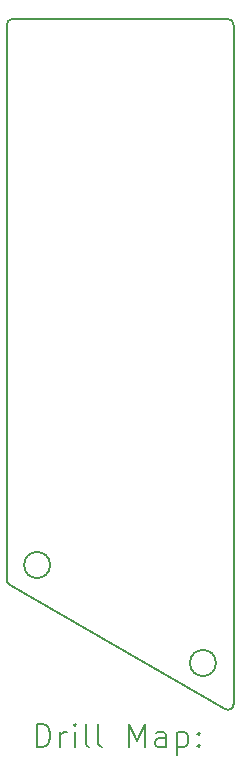
<source format=gbr>
%TF.GenerationSoftware,KiCad,Pcbnew,8.0.8+1*%
%TF.CreationDate,2025-03-02T13:34:40+00:00*%
%TF.ProjectId,controller_overlay,636f6e74-726f-46c6-9c65-725f6f766572,0.2*%
%TF.SameCoordinates,Original*%
%TF.FileFunction,Drillmap*%
%TF.FilePolarity,Positive*%
%FSLAX45Y45*%
G04 Gerber Fmt 4.5, Leading zero omitted, Abs format (unit mm)*
G04 Created by KiCad (PCBNEW 8.0.8+1) date 2025-03-02 13:34:40*
%MOMM*%
%LPD*%
G01*
G04 APERTURE LIST*
%ADD10C,0.150000*%
%ADD11C,0.200000*%
G04 APERTURE END LIST*
D10*
X20234800Y-10170315D02*
X20234800Y-5472750D01*
X20284800Y-5422750D02*
X22106800Y-5422750D01*
X22156800Y-5472750D02*
X22156800Y-11222247D01*
X22081800Y-11265549D02*
X20259800Y-10213617D01*
X20234800Y-5472750D02*
G75*
G02*
X20284800Y-5422750I50000J0D01*
G01*
X22106800Y-5422750D02*
G75*
G02*
X22156800Y-5472750I0J-50000D01*
G01*
X22156800Y-11222247D02*
G75*
G02*
X22081801Y-11265548I-50000J2D01*
G01*
X20259800Y-10213617D02*
G75*
G02*
X20234804Y-10170315I25000J43297D01*
G01*
X20602700Y-10046350D02*
G75*
G02*
X20382700Y-10046350I-110000J0D01*
G01*
X20382700Y-10046350D02*
G75*
G02*
X20602700Y-10046350I110000J0D01*
G01*
X22006900Y-10875750D02*
G75*
G02*
X21786900Y-10875750I-110000J0D01*
G01*
X21786900Y-10875750D02*
G75*
G02*
X22006900Y-10875750I110000J0D01*
G01*
D11*
X20488077Y-11591230D02*
X20488077Y-11391230D01*
X20488077Y-11391230D02*
X20535696Y-11391230D01*
X20535696Y-11391230D02*
X20564267Y-11400753D01*
X20564267Y-11400753D02*
X20583315Y-11419801D01*
X20583315Y-11419801D02*
X20592839Y-11438849D01*
X20592839Y-11438849D02*
X20602363Y-11476944D01*
X20602363Y-11476944D02*
X20602363Y-11505515D01*
X20602363Y-11505515D02*
X20592839Y-11543611D01*
X20592839Y-11543611D02*
X20583315Y-11562658D01*
X20583315Y-11562658D02*
X20564267Y-11581706D01*
X20564267Y-11581706D02*
X20535696Y-11591230D01*
X20535696Y-11591230D02*
X20488077Y-11591230D01*
X20688077Y-11591230D02*
X20688077Y-11457896D01*
X20688077Y-11495992D02*
X20697601Y-11476944D01*
X20697601Y-11476944D02*
X20707124Y-11467420D01*
X20707124Y-11467420D02*
X20726172Y-11457896D01*
X20726172Y-11457896D02*
X20745220Y-11457896D01*
X20811886Y-11591230D02*
X20811886Y-11457896D01*
X20811886Y-11391230D02*
X20802363Y-11400753D01*
X20802363Y-11400753D02*
X20811886Y-11410277D01*
X20811886Y-11410277D02*
X20821410Y-11400753D01*
X20821410Y-11400753D02*
X20811886Y-11391230D01*
X20811886Y-11391230D02*
X20811886Y-11410277D01*
X20935696Y-11591230D02*
X20916648Y-11581706D01*
X20916648Y-11581706D02*
X20907124Y-11562658D01*
X20907124Y-11562658D02*
X20907124Y-11391230D01*
X21040458Y-11591230D02*
X21021410Y-11581706D01*
X21021410Y-11581706D02*
X21011886Y-11562658D01*
X21011886Y-11562658D02*
X21011886Y-11391230D01*
X21269029Y-11591230D02*
X21269029Y-11391230D01*
X21269029Y-11391230D02*
X21335696Y-11534087D01*
X21335696Y-11534087D02*
X21402363Y-11391230D01*
X21402363Y-11391230D02*
X21402363Y-11591230D01*
X21583315Y-11591230D02*
X21583315Y-11486468D01*
X21583315Y-11486468D02*
X21573791Y-11467420D01*
X21573791Y-11467420D02*
X21554744Y-11457896D01*
X21554744Y-11457896D02*
X21516648Y-11457896D01*
X21516648Y-11457896D02*
X21497601Y-11467420D01*
X21583315Y-11581706D02*
X21564267Y-11591230D01*
X21564267Y-11591230D02*
X21516648Y-11591230D01*
X21516648Y-11591230D02*
X21497601Y-11581706D01*
X21497601Y-11581706D02*
X21488077Y-11562658D01*
X21488077Y-11562658D02*
X21488077Y-11543611D01*
X21488077Y-11543611D02*
X21497601Y-11524563D01*
X21497601Y-11524563D02*
X21516648Y-11515039D01*
X21516648Y-11515039D02*
X21564267Y-11515039D01*
X21564267Y-11515039D02*
X21583315Y-11505515D01*
X21678553Y-11457896D02*
X21678553Y-11657896D01*
X21678553Y-11467420D02*
X21697601Y-11457896D01*
X21697601Y-11457896D02*
X21735696Y-11457896D01*
X21735696Y-11457896D02*
X21754744Y-11467420D01*
X21754744Y-11467420D02*
X21764267Y-11476944D01*
X21764267Y-11476944D02*
X21773791Y-11495992D01*
X21773791Y-11495992D02*
X21773791Y-11553134D01*
X21773791Y-11553134D02*
X21764267Y-11572182D01*
X21764267Y-11572182D02*
X21754744Y-11581706D01*
X21754744Y-11581706D02*
X21735696Y-11591230D01*
X21735696Y-11591230D02*
X21697601Y-11591230D01*
X21697601Y-11591230D02*
X21678553Y-11581706D01*
X21859505Y-11572182D02*
X21869029Y-11581706D01*
X21869029Y-11581706D02*
X21859505Y-11591230D01*
X21859505Y-11591230D02*
X21849982Y-11581706D01*
X21849982Y-11581706D02*
X21859505Y-11572182D01*
X21859505Y-11572182D02*
X21859505Y-11591230D01*
X21859505Y-11467420D02*
X21869029Y-11476944D01*
X21869029Y-11476944D02*
X21859505Y-11486468D01*
X21859505Y-11486468D02*
X21849982Y-11476944D01*
X21849982Y-11476944D02*
X21859505Y-11467420D01*
X21859505Y-11467420D02*
X21859505Y-11486468D01*
M02*

</source>
